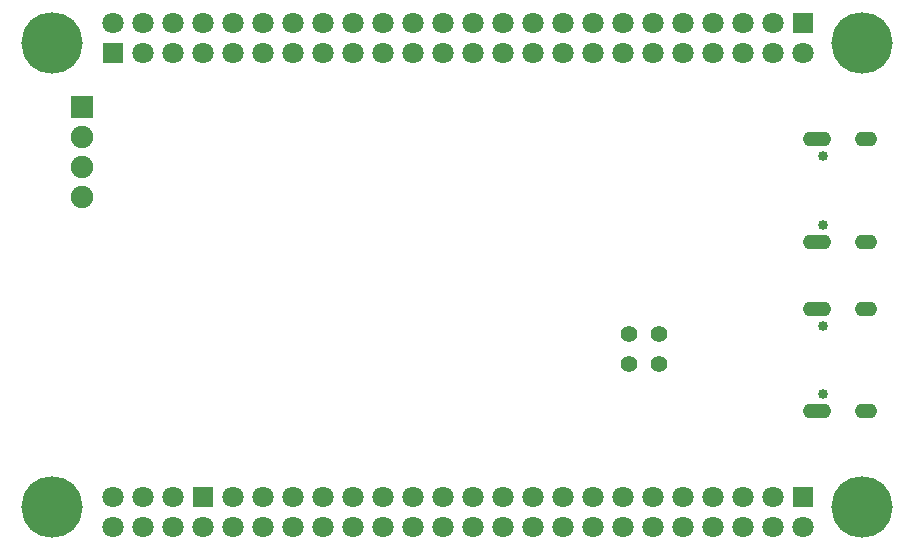
<source format=gbs>
G04*
G04 #@! TF.GenerationSoftware,Altium Limited,Altium Designer,21.1.1 (26)*
G04*
G04 Layer_Color=16711935*
%FSLAX25Y25*%
%MOIN*%
G70*
G04*
G04 #@! TF.SameCoordinates,7EEBE310-2877-491A-A4CC-80A9302AE9BF*
G04*
G04*
G04 #@! TF.FilePolarity,Negative*
G04*
G01*
G75*
%ADD62R,0.07493X0.07493*%
%ADD84C,0.07493*%
%ADD85R,0.07099X0.07099*%
%ADD86C,0.07099*%
%ADD87C,0.03359*%
G04:AMPARAMS|DCode=88|XSize=47.37mil|YSize=70.99mil|CornerRadius=18.76mil|HoleSize=0mil|Usage=FLASHONLY|Rotation=90.000|XOffset=0mil|YOffset=0mil|HoleType=Round|Shape=RoundedRectangle|*
%AMROUNDEDRECTD88*
21,1,0.04737,0.03347,0,0,90.0*
21,1,0.00984,0.07099,0,0,90.0*
1,1,0.03753,0.01673,0.00492*
1,1,0.03753,0.01673,-0.00492*
1,1,0.03753,-0.01673,-0.00492*
1,1,0.03753,-0.01673,0.00492*
%
%ADD88ROUNDEDRECTD88*%
G04:AMPARAMS|DCode=89|XSize=47.37mil|YSize=90.68mil|CornerRadius=18.76mil|HoleSize=0mil|Usage=FLASHONLY|Rotation=90.000|XOffset=0mil|YOffset=0mil|HoleType=Round|Shape=RoundedRectangle|*
%AMROUNDEDRECTD89*
21,1,0.04737,0.05315,0,0,90.0*
21,1,0.00984,0.09068,0,0,90.0*
1,1,0.03753,0.02657,0.00492*
1,1,0.03753,0.02657,-0.00492*
1,1,0.03753,-0.02657,-0.00492*
1,1,0.03753,-0.02657,0.00492*
%
%ADD89ROUNDEDRECTD89*%
%ADD90C,0.20485*%
%ADD111C,0.05524*%
D62*
X1291883Y1315228D02*
D03*
D84*
Y1305228D02*
D03*
Y1295228D02*
D03*
Y1285228D02*
D03*
D85*
X1532383Y1185228D02*
D03*
Y1343228D02*
D03*
X1332383Y1185228D02*
D03*
X1302383Y1333228D02*
D03*
D86*
X1532383Y1175228D02*
D03*
X1522383Y1185228D02*
D03*
Y1175228D02*
D03*
X1512383Y1185228D02*
D03*
Y1175228D02*
D03*
X1502383Y1185228D02*
D03*
Y1175228D02*
D03*
X1492383Y1185228D02*
D03*
Y1175228D02*
D03*
X1482383Y1185228D02*
D03*
Y1175228D02*
D03*
X1472383Y1185228D02*
D03*
Y1175228D02*
D03*
X1462383Y1185228D02*
D03*
Y1175228D02*
D03*
X1452383Y1185228D02*
D03*
Y1175228D02*
D03*
X1442383Y1185228D02*
D03*
Y1175228D02*
D03*
X1432383Y1185228D02*
D03*
Y1175228D02*
D03*
X1422383Y1185228D02*
D03*
Y1175228D02*
D03*
X1412383Y1185228D02*
D03*
Y1175228D02*
D03*
X1402383Y1185228D02*
D03*
Y1175228D02*
D03*
X1392383Y1185228D02*
D03*
Y1175228D02*
D03*
X1382383Y1185228D02*
D03*
Y1175228D02*
D03*
X1372383Y1185228D02*
D03*
Y1175228D02*
D03*
X1362383Y1185228D02*
D03*
Y1175228D02*
D03*
X1352383Y1185228D02*
D03*
Y1175228D02*
D03*
X1342383Y1185228D02*
D03*
Y1175228D02*
D03*
X1532383Y1333228D02*
D03*
X1522383Y1343228D02*
D03*
Y1333228D02*
D03*
X1512383Y1343228D02*
D03*
Y1333228D02*
D03*
X1502383Y1343228D02*
D03*
Y1333228D02*
D03*
X1492383Y1343228D02*
D03*
Y1333228D02*
D03*
X1482383Y1343228D02*
D03*
Y1333228D02*
D03*
X1472383Y1343228D02*
D03*
Y1333228D02*
D03*
X1462383Y1343228D02*
D03*
Y1333228D02*
D03*
X1452383Y1343228D02*
D03*
Y1333228D02*
D03*
X1442383Y1343228D02*
D03*
Y1333228D02*
D03*
X1432383Y1343228D02*
D03*
Y1333228D02*
D03*
X1422383Y1343228D02*
D03*
Y1333228D02*
D03*
X1412383Y1343228D02*
D03*
Y1333228D02*
D03*
X1402383Y1343228D02*
D03*
Y1333228D02*
D03*
X1392383Y1343228D02*
D03*
Y1333228D02*
D03*
X1382383Y1343228D02*
D03*
Y1333228D02*
D03*
X1372383Y1343228D02*
D03*
Y1333228D02*
D03*
X1362383Y1343228D02*
D03*
Y1333228D02*
D03*
X1352383Y1343228D02*
D03*
Y1333228D02*
D03*
X1342383Y1343228D02*
D03*
Y1333228D02*
D03*
X1302383Y1185228D02*
D03*
Y1175228D02*
D03*
X1312383D02*
D03*
Y1185228D02*
D03*
X1322383Y1175228D02*
D03*
Y1185228D02*
D03*
X1332383Y1175228D02*
D03*
Y1333228D02*
D03*
Y1343228D02*
D03*
X1322383D02*
D03*
Y1333228D02*
D03*
X1312383Y1343228D02*
D03*
Y1333228D02*
D03*
X1302383Y1343228D02*
D03*
D87*
X1539009Y1242369D02*
D03*
Y1219613D02*
D03*
X1539068Y1298836D02*
D03*
Y1276080D02*
D03*
D88*
X1553379Y1247999D02*
D03*
Y1213983D02*
D03*
X1553438Y1304466D02*
D03*
Y1270450D02*
D03*
D89*
X1536923Y1247999D02*
D03*
Y1213983D02*
D03*
X1536982Y1304466D02*
D03*
Y1270450D02*
D03*
D90*
X1282194Y1181925D02*
D03*
Y1336532D02*
D03*
X1551879D02*
D03*
Y1181925D02*
D03*
D111*
X1474383Y1229728D02*
D03*
X1484383D02*
D03*
Y1239728D02*
D03*
X1474383D02*
D03*
M02*

</source>
